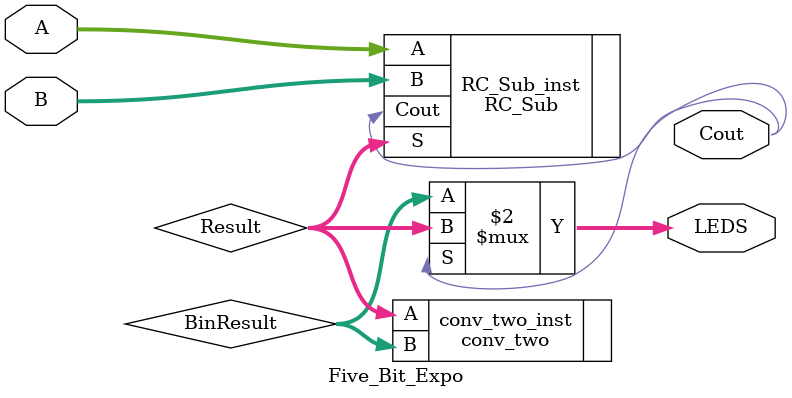
<source format=sv>
module Five_Bit_Expo(
	input [4:0] A,B,
	output [4:0] LEDS,
	output Cout
);


logic [4:0] Result, BinResult;

//assign LEDS = (Cout == 1'b0) ? Result : BinResult;
assign LEDS = (Cout == 1'b0) ? BinResult : Result;



RC_Sub RC_Sub_inst
(
	.A(A) ,	// input [7:0] A_sig
	.B(B) ,	// input [7:0] B_sig
	.S(Result) ,	// output [7:0] S_sig
	.Cout(Cout) 	// output  Cout_sig
);


conv_two conv_two_inst //2's Comp -> Signed
(
	.A(Result) ,	// input [N-1:0] A_sig
	.B(BinResult) 	// output [N-1:0] B_sig
);


endmodule 
</source>
